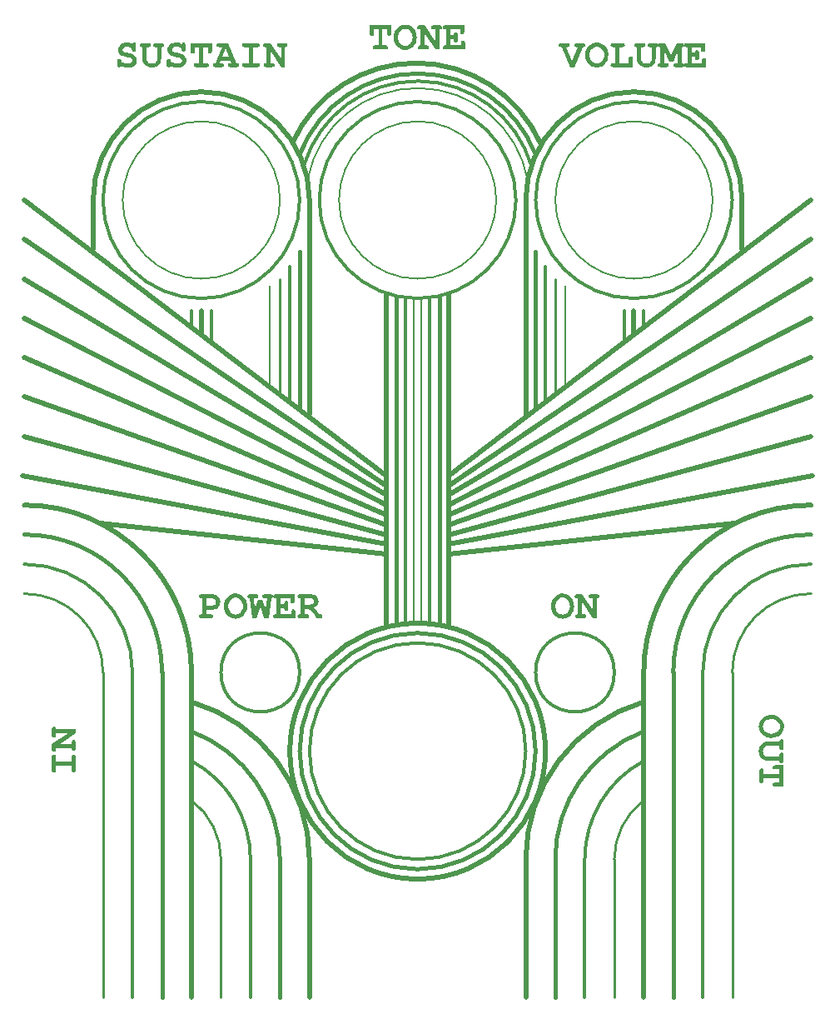
<source format=gbr>
%TF.GenerationSoftware,KiCad,Pcbnew,9.0.0*%
%TF.CreationDate,2025-04-06T00:05:41+02:00*%
%TF.ProjectId,big_muff_pi_front_plate,6269675f-6d75-4666-965f-70695f66726f,rev?*%
%TF.SameCoordinates,Original*%
%TF.FileFunction,Legend,Top*%
%TF.FilePolarity,Positive*%
%FSLAX46Y46*%
G04 Gerber Fmt 4.6, Leading zero omitted, Abs format (unit mm)*
G04 Created by KiCad (PCBNEW 9.0.0) date 2025-04-06 00:05:41*
%MOMM*%
%LPD*%
G01*
G04 APERTURE LIST*
%ADD10C,0.300000*%
%ADD11C,0.500000*%
%ADD12C,0.250000*%
%ADD13C,0.400000*%
%ADD14C,0.200000*%
%ADD15C,0.150000*%
G04 APERTURE END LIST*
D10*
X107000000Y-136000000D02*
G75*
G02*
X113000008Y-126000016I11333300J0D01*
G01*
D11*
X79000000Y-136000000D02*
X79000000Y-150000000D01*
D12*
X110000000Y-136000000D02*
G75*
G02*
X113000000Y-130000000I7500000J0D01*
G01*
D11*
X50000000Y-100000000D02*
G75*
G02*
X67000000Y-117000000I0J-17000000D01*
G01*
X103000000Y-125000000D02*
G75*
G02*
X77000000Y-125000000I-13000000J0D01*
G01*
X77000000Y-125000000D02*
G75*
G02*
X103000000Y-125000000I13000000J0D01*
G01*
D13*
X87800000Y-78800000D02*
X87799995Y-112187507D01*
X78067720Y-64227088D02*
G75*
G02*
X102000000Y-64400000I11932280J-4772912D01*
G01*
X116000000Y-117000000D02*
G75*
G02*
X130000000Y-103000000I14000000J0D01*
G01*
X92200000Y-78800000D02*
X92200005Y-112187507D01*
X102000000Y-74250000D02*
X102000000Y-90000000D01*
D11*
X112000000Y-80250000D02*
X112000000Y-82621622D01*
X57000000Y-69000000D02*
G75*
G02*
X79000000Y-69000000I11000000J0D01*
G01*
X130000000Y-69000000D02*
X93200000Y-97000000D01*
D12*
X67000000Y-130000000D02*
G75*
G02*
X70000000Y-136000000I-4500000J-6000000D01*
G01*
D14*
X90400000Y-79000000D02*
X90400000Y-112006156D01*
D11*
X101000000Y-136000000D02*
X101000000Y-150000000D01*
D10*
X119000000Y-117000000D02*
X119000000Y-150000000D01*
D13*
X104000000Y-136000000D02*
G75*
G02*
X112999997Y-122999993I13888900J0D01*
G01*
D14*
X89600000Y-79000000D02*
X89600000Y-112006156D01*
D11*
X86800000Y-101000000D02*
X50000000Y-85000000D01*
D10*
X77000000Y-75750000D02*
X77000000Y-89250000D01*
D11*
X93200000Y-98000000D02*
X130000000Y-73000000D01*
D12*
X70000000Y-136000000D02*
X70000000Y-150000000D01*
D11*
X86800000Y-78600000D02*
X86800000Y-112400000D01*
X101000000Y-69000000D02*
G75*
G02*
X123000000Y-69000000I11000000J0D01*
G01*
X68000000Y-80250000D02*
X68000000Y-82621622D01*
X67000000Y-117000000D02*
X67000000Y-150000000D01*
D10*
X67000000Y-80250000D02*
X67000000Y-81750000D01*
D11*
X57000000Y-69000000D02*
G75*
G02*
X79000000Y-69000000I11000000J0D01*
G01*
X86800000Y-103000000D02*
X50000000Y-93000000D01*
X79000000Y-69000000D02*
X79000000Y-90750000D01*
D13*
X50000000Y-103000000D02*
G75*
G02*
X64000000Y-117000000I0J-14000000D01*
G01*
D10*
X78455174Y-65417123D02*
G75*
G02*
X101600001Y-65600000I11544826J-3582877D01*
G01*
X50000000Y-106000000D02*
G75*
G02*
X61000000Y-117000000I0J-11000000D01*
G01*
D11*
X86800000Y-100000000D02*
X50000000Y-81000000D01*
D10*
X122000000Y-69000000D02*
G75*
G02*
X102000000Y-69000000I-10000000J0D01*
G01*
X102000000Y-69000000D02*
G75*
G02*
X122000000Y-69000000I10000000J0D01*
G01*
D11*
X93200000Y-100000000D02*
X130000000Y-81000000D01*
X93200000Y-78600000D02*
X93200000Y-112400000D01*
D13*
X78000000Y-74250000D02*
X78000000Y-90000000D01*
D15*
X76000000Y-69000000D02*
G75*
G02*
X60000000Y-69000000I-8000000J0D01*
G01*
X60000000Y-69000000D02*
G75*
G02*
X76000000Y-69000000I8000000J0D01*
G01*
D13*
X116000000Y-117000000D02*
X116000000Y-150000000D01*
D10*
X91200000Y-79000000D02*
X91200000Y-112000000D01*
X69000000Y-80250000D02*
X69000000Y-83250000D01*
X88800000Y-79000000D02*
X88800000Y-112000000D01*
X67000000Y-126000000D02*
G75*
G02*
X73000018Y-136000000I-5333300J-10000000D01*
G01*
D11*
X77295455Y-63118288D02*
G75*
G02*
X102500007Y-63249997I12572205J-5820432D01*
G01*
X113000000Y-117000000D02*
G75*
G02*
X130000000Y-100000000I17000000J0D01*
G01*
D12*
X76000000Y-77000000D02*
X76000000Y-88675676D01*
D10*
X113000000Y-80250000D02*
X113000000Y-81750000D01*
D11*
X50000000Y-69000000D02*
X86800000Y-97000000D01*
D10*
X78000000Y-69000000D02*
G75*
G02*
X58000000Y-69000000I-10000000J0D01*
G01*
X58000000Y-69000000D02*
G75*
G02*
X78000000Y-69000000I10000000J0D01*
G01*
D11*
X113000000Y-117000000D02*
X113000000Y-150000000D01*
D10*
X103000000Y-75750000D02*
X103000000Y-89250000D01*
D13*
X64000000Y-117000000D02*
X64000000Y-150000000D01*
D11*
X93200000Y-99000000D02*
X130000000Y-77000000D01*
X86800000Y-99000000D02*
X50000000Y-77000000D01*
X93200000Y-105000000D02*
X122317200Y-101835088D01*
D13*
X67000000Y-123000000D02*
G75*
G02*
X75999993Y-136000000I-4888900J-13000000D01*
G01*
X104000000Y-136000000D02*
X104000000Y-150000000D01*
D12*
X58000000Y-117000000D02*
X58000000Y-150000000D01*
D11*
X67000000Y-120000000D02*
G75*
G02*
X78999998Y-136000000I-4666670J-16000000D01*
G01*
D15*
X98000000Y-69000000D02*
G75*
G02*
X82000000Y-69000000I-8000000J0D01*
G01*
X82000000Y-69000000D02*
G75*
G02*
X98000000Y-69000000I8000000J0D01*
G01*
D13*
X76000000Y-136000000D02*
X76000000Y-150000000D01*
D10*
X61000000Y-117000000D02*
X61000000Y-150000000D01*
D12*
X122000000Y-117000000D02*
G75*
G02*
X130000000Y-109000000I8000000J0D01*
G01*
D15*
X76000000Y-69000000D02*
G75*
G02*
X60000000Y-69000000I-8000000J0D01*
G01*
X60000000Y-69000000D02*
G75*
G02*
X76000000Y-69000000I8000000J0D01*
G01*
D11*
X86800000Y-104000000D02*
X49800000Y-97000000D01*
X93200000Y-103000000D02*
X130000000Y-93000000D01*
D10*
X78000000Y-117000000D02*
G75*
G02*
X70000000Y-117000000I-4000000J0D01*
G01*
X70000000Y-117000000D02*
G75*
G02*
X78000000Y-117000000I4000000J0D01*
G01*
X73000000Y-136000000D02*
X73000000Y-150000000D01*
D11*
X86800000Y-105000000D02*
X57682800Y-101835088D01*
D10*
X107000000Y-136000000D02*
X107000000Y-150000000D01*
D11*
X57000000Y-69000000D02*
X57000000Y-74000000D01*
D10*
X78000000Y-69000000D02*
G75*
G02*
X58000000Y-69000000I-10000000J0D01*
G01*
X58000000Y-69000000D02*
G75*
G02*
X78000000Y-69000000I10000000J0D01*
G01*
D12*
X50000000Y-109000000D02*
G75*
G02*
X58000000Y-117000000I0J-8000000D01*
G01*
D14*
X105000000Y-77750000D02*
X105000000Y-87750000D01*
D13*
X102000000Y-125000000D02*
G75*
G02*
X78000000Y-125000000I-12000000J0D01*
G01*
X78000000Y-125000000D02*
G75*
G02*
X102000000Y-125000000I12000000J0D01*
G01*
D10*
X101000000Y-125000000D02*
G75*
G02*
X79000000Y-125000000I-11000000J0D01*
G01*
X79000000Y-125000000D02*
G75*
G02*
X101000000Y-125000000I11000000J0D01*
G01*
D11*
X101000000Y-136000000D02*
G75*
G02*
X112999999Y-119999998I16666670J0D01*
G01*
D14*
X75000000Y-77750000D02*
X75000000Y-87750000D01*
D10*
X100000000Y-69000000D02*
G75*
G02*
X80000000Y-69000000I-10000000J0D01*
G01*
X80000000Y-69000000D02*
G75*
G02*
X100000000Y-69000000I10000000J0D01*
G01*
D12*
X104000000Y-77000000D02*
X104000000Y-88675676D01*
D10*
X119000000Y-117000000D02*
G75*
G02*
X130000000Y-106000000I11000000J0D01*
G01*
D11*
X101000000Y-69000000D02*
X101000000Y-90750000D01*
X86800000Y-102000000D02*
X50000000Y-89000000D01*
D15*
X120000000Y-69000000D02*
G75*
G02*
X104000000Y-69000000I-8000000J0D01*
G01*
X104000000Y-69000000D02*
G75*
G02*
X120000000Y-69000000I8000000J0D01*
G01*
D11*
X86800000Y-98000000D02*
X50000000Y-73000000D01*
X93200000Y-102000000D02*
X130000000Y-89000000D01*
D14*
X78836165Y-66807104D02*
G75*
G02*
X101200000Y-67000000I11163835J-2192896D01*
G01*
D11*
X93200000Y-104000000D02*
X130200000Y-97000000D01*
X123000000Y-69000000D02*
X123000000Y-74000000D01*
D10*
X110000000Y-117000000D02*
G75*
G02*
X102000000Y-117000000I-4000000J0D01*
G01*
X102000000Y-117000000D02*
G75*
G02*
X110000000Y-117000000I4000000J0D01*
G01*
D12*
X122000000Y-117000000D02*
X122000000Y-150000000D01*
D10*
X111000000Y-80250000D02*
X111000000Y-83250000D01*
D12*
X110000000Y-136000000D02*
X110000000Y-150000000D01*
D11*
X93200000Y-101000000D02*
X130000000Y-85000000D01*
D15*
G36*
X61152469Y-52981137D02*
G01*
X61232786Y-52990578D01*
X61285295Y-53015050D01*
X61318248Y-53052395D01*
X61346841Y-53132669D01*
X61358182Y-53257742D01*
X61358182Y-53626488D01*
X61342070Y-53761676D01*
X61301376Y-53844077D01*
X61240261Y-53890740D01*
X61152469Y-53907306D01*
X61091652Y-53901078D01*
X61045490Y-53884408D01*
X61009770Y-53855282D01*
X60984491Y-53823958D01*
X60967821Y-53786589D01*
X60957196Y-53751051D01*
X60948770Y-53713682D01*
X60942542Y-53682358D01*
X60912319Y-53606454D01*
X60858597Y-53539612D01*
X60776762Y-53480308D01*
X60630108Y-53423617D01*
X60443187Y-53403189D01*
X60314262Y-53413793D01*
X60203418Y-53444004D01*
X60107414Y-53492581D01*
X60027285Y-53560210D01*
X59983313Y-53632260D01*
X59968929Y-53711851D01*
X59983922Y-53795922D01*
X60028310Y-53865717D01*
X60107414Y-53925075D01*
X60253788Y-53989423D01*
X60430548Y-54037365D01*
X60841792Y-54121995D01*
X60989172Y-54163454D01*
X61106424Y-54217288D01*
X61198630Y-54282096D01*
X61308106Y-54396357D01*
X61384400Y-54521978D01*
X61430454Y-54661457D01*
X61446293Y-54818637D01*
X61429477Y-54974726D01*
X61380603Y-55112134D01*
X61299322Y-55235106D01*
X61181778Y-55346202D01*
X61045738Y-55431442D01*
X60887134Y-55494548D01*
X60701910Y-55534480D01*
X60485136Y-55548618D01*
X60256832Y-55530592D01*
X60039531Y-55477047D01*
X59830443Y-55387418D01*
X59741311Y-55467425D01*
X59662465Y-55490000D01*
X59570165Y-55473213D01*
X59506656Y-55426410D01*
X59464910Y-55344880D01*
X59448508Y-55212479D01*
X59448508Y-54935141D01*
X59461675Y-54806683D01*
X59494670Y-54727046D01*
X59554844Y-54676645D01*
X59658252Y-54657620D01*
X59727495Y-54666046D01*
X59779885Y-54690959D01*
X59815605Y-54721917D01*
X59840884Y-54761301D01*
X59855539Y-54798670D01*
X59865980Y-54832009D01*
X59872392Y-54856739D01*
X59903741Y-54922315D01*
X59967043Y-54985662D01*
X60073709Y-55047798D01*
X60252888Y-55106376D01*
X60455644Y-55126566D01*
X60610127Y-55115511D01*
X60740273Y-55084419D01*
X60850218Y-55035341D01*
X60943796Y-54964807D01*
X60993740Y-54891158D01*
X61009770Y-54811127D01*
X60996421Y-54733580D01*
X60956661Y-54667260D01*
X60885939Y-54608893D01*
X60754873Y-54544789D01*
X60600541Y-54501182D01*
X60222819Y-54425711D01*
X60019139Y-54372016D01*
X59876605Y-54310673D01*
X59733531Y-54202180D01*
X59624730Y-54063011D01*
X59573322Y-53956353D01*
X59542712Y-53845009D01*
X59532406Y-53727238D01*
X59548763Y-53573315D01*
X59596616Y-53435421D01*
X59676597Y-53309769D01*
X59792524Y-53193995D01*
X59927731Y-53102552D01*
X60079163Y-53036396D01*
X60249746Y-52995409D01*
X60443187Y-52981137D01*
X60654754Y-52997807D01*
X60834736Y-53045020D01*
X60988704Y-53120355D01*
X61025192Y-53048051D01*
X61055748Y-53010629D01*
X61094628Y-52989186D01*
X61152469Y-52981137D01*
G37*
G36*
X63926029Y-54629043D02*
G01*
X63907365Y-54827517D01*
X63853546Y-55001236D01*
X63765426Y-55155120D01*
X63640631Y-55292529D01*
X63490605Y-55405040D01*
X63329763Y-55484303D01*
X63155626Y-55532235D01*
X62964873Y-55548618D01*
X62774435Y-55532008D01*
X62600456Y-55483375D01*
X62439573Y-55402842D01*
X62289297Y-55288316D01*
X62163939Y-55148814D01*
X62075851Y-54994735D01*
X62022355Y-54822989D01*
X62003899Y-54629043D01*
X62003899Y-53461807D01*
X61882542Y-53442530D01*
X61807056Y-53400755D01*
X61763438Y-53339028D01*
X61747810Y-53250781D01*
X61757034Y-53172834D01*
X61781378Y-53119571D01*
X61819068Y-53084085D01*
X61899899Y-53052255D01*
X62024782Y-53039755D01*
X62570481Y-53039755D01*
X62695514Y-53051732D01*
X62776012Y-53082070D01*
X62813523Y-53116423D01*
X62838043Y-53170025D01*
X62847453Y-53250781D01*
X62830796Y-53341591D01*
X62784244Y-53404243D01*
X62702898Y-53445549D01*
X62570481Y-53461807D01*
X62423569Y-53461807D01*
X62423569Y-54665314D01*
X62441053Y-54786660D01*
X62492943Y-54894325D01*
X62582938Y-54992477D01*
X62695511Y-55066586D01*
X62821524Y-55111203D01*
X62964873Y-55126566D01*
X63108338Y-55111195D01*
X63234345Y-55066571D01*
X63346807Y-54992477D01*
X63436915Y-54894312D01*
X63488859Y-54786648D01*
X63506359Y-54665314D01*
X63506359Y-53461807D01*
X63359447Y-53461807D01*
X63227030Y-53445549D01*
X63145684Y-53404243D01*
X63099132Y-53341591D01*
X63082476Y-53250781D01*
X63091699Y-53172834D01*
X63116043Y-53119571D01*
X63153733Y-53084085D01*
X63234564Y-53052255D01*
X63359447Y-53039755D01*
X63905146Y-53039755D01*
X64033448Y-53052430D01*
X64112875Y-53084085D01*
X64149375Y-53119391D01*
X64173099Y-53172620D01*
X64182118Y-53250781D01*
X64166122Y-53343081D01*
X64122096Y-53405648D01*
X64046750Y-53446085D01*
X63926029Y-53461807D01*
X63926029Y-54629043D01*
G37*
G36*
X66187779Y-52981137D02*
G01*
X66268097Y-52990578D01*
X66320605Y-53015050D01*
X66353559Y-53052395D01*
X66382151Y-53132669D01*
X66393493Y-53257742D01*
X66393493Y-53626488D01*
X66377380Y-53761676D01*
X66336687Y-53844077D01*
X66275572Y-53890740D01*
X66187779Y-53907306D01*
X66126963Y-53901078D01*
X66080801Y-53884408D01*
X66045080Y-53855282D01*
X66019801Y-53823958D01*
X66003131Y-53786589D01*
X65992507Y-53751051D01*
X65984081Y-53713682D01*
X65977852Y-53682358D01*
X65947629Y-53606454D01*
X65893907Y-53539612D01*
X65812073Y-53480308D01*
X65665418Y-53423617D01*
X65478498Y-53403189D01*
X65349572Y-53413793D01*
X65238728Y-53444004D01*
X65142725Y-53492581D01*
X65062595Y-53560210D01*
X65018624Y-53632260D01*
X65004239Y-53711851D01*
X65019233Y-53795922D01*
X65063621Y-53865717D01*
X65142725Y-53925075D01*
X65289099Y-53989423D01*
X65465858Y-54037365D01*
X65877102Y-54121995D01*
X66024482Y-54163454D01*
X66141734Y-54217288D01*
X66233941Y-54282096D01*
X66343417Y-54396357D01*
X66419711Y-54521978D01*
X66465764Y-54661457D01*
X66481603Y-54818637D01*
X66464788Y-54974726D01*
X66415913Y-55112134D01*
X66334633Y-55235106D01*
X66217088Y-55346202D01*
X66081049Y-55431442D01*
X65922445Y-55494548D01*
X65737221Y-55534480D01*
X65520447Y-55548618D01*
X65292142Y-55530592D01*
X65074841Y-55477047D01*
X64865754Y-55387418D01*
X64776622Y-55467425D01*
X64697776Y-55490000D01*
X64605476Y-55473213D01*
X64541967Y-55426410D01*
X64500220Y-55344880D01*
X64483819Y-55212479D01*
X64483819Y-54935141D01*
X64496985Y-54806683D01*
X64529981Y-54727046D01*
X64590155Y-54676645D01*
X64693562Y-54657620D01*
X64762805Y-54666046D01*
X64815195Y-54690959D01*
X64850916Y-54721917D01*
X64876195Y-54761301D01*
X64890850Y-54798670D01*
X64901291Y-54832009D01*
X64907702Y-54856739D01*
X64939052Y-54922315D01*
X65002354Y-54985662D01*
X65109019Y-55047798D01*
X65288198Y-55106376D01*
X65490954Y-55126566D01*
X65645437Y-55115511D01*
X65775583Y-55084419D01*
X65885529Y-55035341D01*
X65979106Y-54964807D01*
X66029051Y-54891158D01*
X66045080Y-54811127D01*
X66031732Y-54733580D01*
X65991972Y-54667260D01*
X65921249Y-54608893D01*
X65790184Y-54544789D01*
X65635851Y-54501182D01*
X65258130Y-54425711D01*
X65054450Y-54372016D01*
X64911916Y-54310673D01*
X64768842Y-54202180D01*
X64660040Y-54063011D01*
X64608633Y-53956353D01*
X64578023Y-53845009D01*
X64567716Y-53727238D01*
X64584074Y-53573315D01*
X64631926Y-53435421D01*
X64711907Y-53309769D01*
X64827835Y-53193995D01*
X64963042Y-53102552D01*
X65114474Y-53036396D01*
X65285057Y-52995409D01*
X65478498Y-52981137D01*
X65690065Y-52997807D01*
X65870046Y-53045020D01*
X66024014Y-53120355D01*
X66060503Y-53048051D01*
X66091059Y-53010629D01*
X66129938Y-52989186D01*
X66187779Y-52981137D01*
G37*
G36*
X68483051Y-55067948D02*
G01*
X68615468Y-55084206D01*
X68696814Y-55125512D01*
X68743366Y-55188164D01*
X68760023Y-55278974D01*
X68743366Y-55369784D01*
X68696814Y-55432436D01*
X68615468Y-55473742D01*
X68483051Y-55490000D01*
X67513468Y-55490000D01*
X67381052Y-55473742D01*
X67299705Y-55432436D01*
X67253154Y-55369784D01*
X67236497Y-55278974D01*
X67245720Y-55201026D01*
X67270065Y-55147763D01*
X67307755Y-55112278D01*
X67388585Y-55080448D01*
X67513468Y-55067948D01*
X67786226Y-55067948D01*
X67786226Y-53461807D01*
X67337247Y-53461807D01*
X67337247Y-53852718D01*
X67321029Y-53985463D01*
X67279866Y-54066905D01*
X67217533Y-54113430D01*
X67127320Y-54130055D01*
X67037145Y-54113413D01*
X66974810Y-54066823D01*
X66933625Y-53985223D01*
X66917394Y-53852168D01*
X66917394Y-53039755D01*
X69083156Y-53039755D01*
X69083156Y-53852168D01*
X69070697Y-53977579D01*
X69039009Y-54058614D01*
X69003741Y-54096436D01*
X68950825Y-54120823D01*
X68873412Y-54130055D01*
X68783199Y-54113430D01*
X68720867Y-54066905D01*
X68679704Y-53985463D01*
X68663486Y-53852718D01*
X68663486Y-53461807D01*
X68205897Y-53461807D01*
X68205897Y-55067948D01*
X68483051Y-55067948D01*
G37*
G36*
X71579745Y-55067948D02*
G01*
X71716914Y-55084412D01*
X71800677Y-55126052D01*
X71848230Y-55188736D01*
X71865143Y-55278974D01*
X71848486Y-55369784D01*
X71801935Y-55432436D01*
X71720588Y-55473742D01*
X71588172Y-55490000D01*
X71004737Y-55490000D01*
X70872320Y-55473742D01*
X70790974Y-55432436D01*
X70744422Y-55369784D01*
X70727765Y-55278974D01*
X70736989Y-55201026D01*
X70761333Y-55147763D01*
X70799023Y-55112278D01*
X70879853Y-55080448D01*
X71004737Y-55067948D01*
X71101273Y-55067948D01*
X71004737Y-54833475D01*
X70005844Y-54833475D01*
X69909307Y-55067948D01*
X70005844Y-55067948D01*
X70138364Y-55084210D01*
X70219763Y-55125523D01*
X70266336Y-55188176D01*
X70282999Y-55278974D01*
X70266342Y-55369784D01*
X70219790Y-55432436D01*
X70138444Y-55473742D01*
X70006028Y-55490000D01*
X69447688Y-55490000D01*
X69315272Y-55473742D01*
X69233925Y-55432436D01*
X69187374Y-55369784D01*
X69170717Y-55278974D01*
X69180331Y-55198440D01*
X69205470Y-55144797D01*
X69244173Y-55110263D01*
X69326566Y-55079854D01*
X69451902Y-55067948D01*
X69717791Y-54411423D01*
X70173822Y-54411423D01*
X70832728Y-54411423D01*
X70505382Y-53601025D01*
X70173822Y-54411423D01*
X69717791Y-54411423D01*
X70102381Y-53461807D01*
X69838049Y-53461807D01*
X69703259Y-53445445D01*
X69620704Y-53403971D01*
X69573651Y-53341303D01*
X69556865Y-53250781D01*
X69566479Y-53170247D01*
X69591618Y-53116605D01*
X69630321Y-53082070D01*
X69712714Y-53051661D01*
X69838049Y-53039755D01*
X70744618Y-53039755D01*
X71579745Y-55067948D01*
G37*
G36*
X73669487Y-55067948D02*
G01*
X73794345Y-55080454D01*
X73875017Y-55112278D01*
X73912816Y-55147780D01*
X73937216Y-55201045D01*
X73946458Y-55278974D01*
X73929802Y-55369784D01*
X73883250Y-55432436D01*
X73801904Y-55473742D01*
X73669487Y-55490000D01*
X72401867Y-55490000D01*
X72269450Y-55473742D01*
X72188104Y-55432436D01*
X72141552Y-55369784D01*
X72124895Y-55278974D01*
X72134119Y-55201026D01*
X72158463Y-55147763D01*
X72196153Y-55112278D01*
X72276984Y-55080448D01*
X72401867Y-55067948D01*
X72825750Y-55067948D01*
X72825750Y-53461807D01*
X72401867Y-53461807D01*
X72269450Y-53445549D01*
X72188104Y-53404243D01*
X72141552Y-53341591D01*
X72124895Y-53250781D01*
X72134119Y-53172834D01*
X72158463Y-53119571D01*
X72196153Y-53084085D01*
X72276984Y-53052255D01*
X72401867Y-53039755D01*
X73669487Y-53039755D01*
X73794345Y-53052261D01*
X73875017Y-53084085D01*
X73912816Y-53119587D01*
X73937216Y-53172853D01*
X73946458Y-53250781D01*
X73929802Y-53341591D01*
X73883250Y-53404243D01*
X73801904Y-53445549D01*
X73669487Y-53461807D01*
X73245420Y-53461807D01*
X73245420Y-55067948D01*
X73669487Y-55067948D01*
G37*
G36*
X76501849Y-53039755D02*
G01*
X76634266Y-53056013D01*
X76715612Y-53097319D01*
X76762164Y-53159971D01*
X76778821Y-53250781D01*
X76762825Y-53343081D01*
X76718799Y-53405648D01*
X76643452Y-53446085D01*
X76522732Y-53461807D01*
X76522732Y-55490000D01*
X76107275Y-55490000D01*
X75020272Y-53834949D01*
X75020272Y-55067948D01*
X75167184Y-55067948D01*
X75292042Y-55080454D01*
X75372715Y-55112278D01*
X75410513Y-55147780D01*
X75434914Y-55201045D01*
X75444156Y-55278974D01*
X75427499Y-55369784D01*
X75380947Y-55432436D01*
X75299601Y-55473742D01*
X75167184Y-55490000D01*
X74625698Y-55490000D01*
X74490908Y-55473638D01*
X74408352Y-55432164D01*
X74361299Y-55369496D01*
X74344513Y-55278974D01*
X74360509Y-55186674D01*
X74404535Y-55124107D01*
X74479881Y-55083670D01*
X74600602Y-55067948D01*
X74600602Y-53461807D01*
X74537587Y-53461807D01*
X74405171Y-53445549D01*
X74323824Y-53404243D01*
X74277273Y-53341591D01*
X74260616Y-53250781D01*
X74269839Y-53172834D01*
X74294184Y-53119571D01*
X74331874Y-53084085D01*
X74412704Y-53052255D01*
X74537587Y-53039755D01*
X75020272Y-53039755D01*
X76103062Y-54686379D01*
X76103062Y-53461807D01*
X75956150Y-53461807D01*
X75823733Y-53445549D01*
X75742387Y-53404243D01*
X75695835Y-53341591D01*
X75679178Y-53250781D01*
X75688402Y-53172834D01*
X75712746Y-53119571D01*
X75750436Y-53084085D01*
X75831266Y-53052255D01*
X75956150Y-53039755D01*
X76501849Y-53039755D01*
G37*
G36*
X54822948Y-125624650D02*
G01*
X54835454Y-125499793D01*
X54867278Y-125419120D01*
X54902780Y-125381321D01*
X54956045Y-125356921D01*
X55033974Y-125347679D01*
X55124784Y-125364336D01*
X55187436Y-125410887D01*
X55228742Y-125492234D01*
X55245000Y-125624650D01*
X55245000Y-126892271D01*
X55228742Y-127024687D01*
X55187436Y-127106034D01*
X55124784Y-127152585D01*
X55033974Y-127169242D01*
X54956026Y-127160019D01*
X54902763Y-127135674D01*
X54867278Y-127097984D01*
X54835448Y-127017154D01*
X54822948Y-126892271D01*
X54822948Y-126468387D01*
X53216807Y-126468387D01*
X53216807Y-126892271D01*
X53200549Y-127024687D01*
X53159243Y-127106034D01*
X53096591Y-127152585D01*
X53005781Y-127169242D01*
X52927834Y-127160019D01*
X52874571Y-127135674D01*
X52839085Y-127097984D01*
X52807255Y-127017154D01*
X52794755Y-126892271D01*
X52794755Y-125624650D01*
X52807261Y-125499793D01*
X52839085Y-125419120D01*
X52874587Y-125381321D01*
X52927853Y-125356921D01*
X53005781Y-125347679D01*
X53096591Y-125364336D01*
X53159243Y-125410887D01*
X53200549Y-125492234D01*
X53216807Y-125624650D01*
X53216807Y-126048717D01*
X54822948Y-126048717D01*
X54822948Y-125624650D01*
G37*
G36*
X52794755Y-122792288D02*
G01*
X52811013Y-122659872D01*
X52852319Y-122578525D01*
X52914971Y-122531974D01*
X53005781Y-122515317D01*
X53098081Y-122531312D01*
X53160648Y-122575339D01*
X53201085Y-122650685D01*
X53216807Y-122771405D01*
X55245000Y-122771405D01*
X55245000Y-123186862D01*
X53589949Y-124273865D01*
X54822948Y-124273865D01*
X54822948Y-124126953D01*
X54835454Y-124002096D01*
X54867278Y-123921423D01*
X54902780Y-123883624D01*
X54956045Y-123859224D01*
X55033974Y-123849982D01*
X55124784Y-123866639D01*
X55187436Y-123913190D01*
X55228742Y-123994537D01*
X55245000Y-124126953D01*
X55245000Y-124668440D01*
X55228638Y-124803230D01*
X55187164Y-124885785D01*
X55124496Y-124932838D01*
X55033974Y-124949624D01*
X54941674Y-124933628D01*
X54879107Y-124889602D01*
X54838670Y-124814256D01*
X54822948Y-124693536D01*
X53216807Y-124693536D01*
X53216807Y-124756550D01*
X53200549Y-124888967D01*
X53159243Y-124970313D01*
X53096591Y-125016865D01*
X53005781Y-125033522D01*
X52927834Y-125024298D01*
X52874571Y-124999954D01*
X52839085Y-124962264D01*
X52807255Y-124881433D01*
X52794755Y-124756550D01*
X52794755Y-124273865D01*
X54441379Y-123191076D01*
X53216807Y-123191076D01*
X53216807Y-123337988D01*
X53200549Y-123470404D01*
X53159243Y-123551751D01*
X53096591Y-123598302D01*
X53005781Y-123614959D01*
X52927834Y-123605736D01*
X52874571Y-123581391D01*
X52839085Y-123543701D01*
X52807255Y-123462871D01*
X52794755Y-123337988D01*
X52794755Y-122792288D01*
G37*
G36*
X69212802Y-109054763D02*
G01*
X69385117Y-109097691D01*
X69536405Y-109166770D01*
X69669940Y-109262138D01*
X69782603Y-109381929D01*
X69861567Y-109514822D01*
X69909484Y-109663582D01*
X69926029Y-109832384D01*
X69919637Y-109944153D01*
X69900750Y-110050554D01*
X69865314Y-110154132D01*
X69804213Y-110266526D01*
X69724251Y-110370008D01*
X69625977Y-110459417D01*
X69507142Y-110530940D01*
X69340579Y-110593506D01*
X69154751Y-110632059D01*
X68931350Y-110645896D01*
X68520106Y-110645896D01*
X68520106Y-111067948D01*
X68935563Y-111067948D01*
X69067980Y-111084206D01*
X69149326Y-111125512D01*
X69195878Y-111188164D01*
X69212535Y-111278974D01*
X69195878Y-111369784D01*
X69149326Y-111432436D01*
X69067980Y-111473742D01*
X68935563Y-111490000D01*
X68037421Y-111490000D01*
X67905005Y-111473742D01*
X67823658Y-111432436D01*
X67777107Y-111369784D01*
X67760450Y-111278974D01*
X67777107Y-111188164D01*
X67823658Y-111125512D01*
X67905005Y-111084206D01*
X68037421Y-111067948D01*
X68100436Y-111067948D01*
X68100436Y-110223845D01*
X68520106Y-110223845D01*
X69015431Y-110223845D01*
X69157559Y-110211158D01*
X69269408Y-110176263D01*
X69357432Y-110121812D01*
X69425797Y-110046345D01*
X69466877Y-109955623D01*
X69481263Y-109844841D01*
X69466764Y-109731370D01*
X69425576Y-109639407D01*
X69357432Y-109563839D01*
X69269408Y-109509388D01*
X69157559Y-109474493D01*
X69015431Y-109461807D01*
X68520106Y-109461807D01*
X68520106Y-110223845D01*
X68100436Y-110223845D01*
X68100436Y-109461807D01*
X68037421Y-109461807D01*
X67905005Y-109445549D01*
X67823658Y-109404243D01*
X67777107Y-109341591D01*
X67760450Y-109250781D01*
X67769673Y-109172834D01*
X67794018Y-109119571D01*
X67831708Y-109084085D01*
X67912538Y-109052255D01*
X68037421Y-109039755D01*
X69015247Y-109039755D01*
X69212802Y-109054763D01*
G37*
G36*
X71578629Y-108987373D02*
G01*
X71700881Y-109008431D01*
X71830728Y-109047856D01*
X72000933Y-109124019D01*
X72166794Y-109223910D01*
X72315640Y-109346769D01*
X72400394Y-109442931D01*
X72480344Y-109567916D01*
X72554876Y-109727055D01*
X72608615Y-109893676D01*
X72642018Y-110078345D01*
X72653611Y-110283745D01*
X72631477Y-110536024D01*
X72566744Y-110765770D01*
X72459644Y-110977554D01*
X72307397Y-111174743D01*
X72159643Y-111312516D01*
X72005026Y-111416392D01*
X71842154Y-111489559D01*
X71668939Y-111533641D01*
X71482711Y-111548618D01*
X71292815Y-111533423D01*
X71117462Y-111488837D01*
X70953824Y-111415082D01*
X70799696Y-111310681D01*
X70653628Y-111172545D01*
X70504100Y-110974820D01*
X70398192Y-110759908D01*
X70333768Y-110524202D01*
X70311627Y-110262862D01*
X70731298Y-110262862D01*
X70745601Y-110437745D01*
X70787213Y-110595775D01*
X70855515Y-110740033D01*
X70951666Y-110872859D01*
X71070773Y-110986419D01*
X71197322Y-111064449D01*
X71333463Y-111110830D01*
X71482528Y-111126566D01*
X71629592Y-111111047D01*
X71764810Y-111065182D01*
X71891376Y-110987828D01*
X72011374Y-110875057D01*
X72108868Y-110742989D01*
X72177798Y-110600624D01*
X72219614Y-110445725D01*
X72233941Y-110275319D01*
X72219602Y-110098218D01*
X72177923Y-109938437D01*
X72109603Y-109792855D01*
X72013573Y-109659094D01*
X71894333Y-109544456D01*
X71767715Y-109465771D01*
X71631566Y-109419037D01*
X71482528Y-109403189D01*
X71335681Y-109418810D01*
X71200544Y-109465011D01*
X71073905Y-109543019D01*
X70953681Y-109656896D01*
X70856400Y-109789889D01*
X70787506Y-109933576D01*
X70745652Y-110090231D01*
X70731298Y-110262862D01*
X70311627Y-110262862D01*
X70333826Y-110003784D01*
X70398516Y-109769457D01*
X70505070Y-109555112D01*
X70655827Y-109357210D01*
X70802792Y-109218805D01*
X70957193Y-109114360D01*
X71120446Y-109040703D01*
X71294701Y-108996259D01*
X71482711Y-108981137D01*
X71578629Y-108987373D01*
G37*
G36*
X75024354Y-109039755D02*
G01*
X75156771Y-109056013D01*
X75238117Y-109097319D01*
X75284669Y-109159971D01*
X75301326Y-109250781D01*
X75288808Y-109330999D01*
X75253827Y-109390217D01*
X75194901Y-109433781D01*
X75104038Y-109461807D01*
X74852346Y-111490000D01*
X74390544Y-111490000D01*
X74000366Y-110330640D01*
X73618431Y-111490000D01*
X73152416Y-111490000D01*
X72892297Y-109461807D01*
X72803629Y-109437779D01*
X72746090Y-109397028D01*
X72711676Y-109339466D01*
X72699223Y-109259207D01*
X72708295Y-109178086D01*
X72732092Y-109122874D01*
X72768466Y-109086284D01*
X72848095Y-109053009D01*
X72976195Y-109039755D01*
X73526107Y-109039755D01*
X73660898Y-109056117D01*
X73743453Y-109097591D01*
X73790506Y-109160259D01*
X73807292Y-109250781D01*
X73790506Y-109341303D01*
X73743453Y-109403971D01*
X73660898Y-109445445D01*
X73526107Y-109461807D01*
X73324607Y-109461807D01*
X73475732Y-110604497D01*
X73794652Y-109661109D01*
X74231176Y-109661109D01*
X74550096Y-110604680D01*
X74697008Y-109461807D01*
X74474441Y-109461807D01*
X74342025Y-109445549D01*
X74260678Y-109404243D01*
X74214127Y-109341591D01*
X74197470Y-109250781D01*
X74206694Y-109172834D01*
X74231038Y-109119571D01*
X74268728Y-109084085D01*
X74349558Y-109052255D01*
X74474441Y-109039755D01*
X75024354Y-109039755D01*
G37*
G36*
X77147435Y-110852709D02*
G01*
X77163649Y-110720067D01*
X77204804Y-110638677D01*
X77267136Y-110592174D01*
X77357362Y-110575554D01*
X77447413Y-110592253D01*
X77509754Y-110639061D01*
X77551012Y-110721186D01*
X77567289Y-110855273D01*
X77567289Y-111490000D01*
X75590387Y-111490000D01*
X75457970Y-111473742D01*
X75376624Y-111432436D01*
X75330072Y-111369784D01*
X75313416Y-111278974D01*
X75330072Y-111188164D01*
X75376624Y-111125512D01*
X75457970Y-111084206D01*
X75590387Y-111067948D01*
X75653402Y-111067948D01*
X75653402Y-109461807D01*
X75590387Y-109461807D01*
X75457970Y-109445549D01*
X75376624Y-109404243D01*
X75330072Y-109341591D01*
X75313416Y-109250781D01*
X75322639Y-109172834D01*
X75346983Y-109119571D01*
X75384673Y-109084085D01*
X75465504Y-109052255D01*
X75590387Y-109039755D01*
X77474965Y-109039755D01*
X77474965Y-109671917D01*
X77458626Y-109807452D01*
X77417267Y-109890312D01*
X77354915Y-109937424D01*
X77265038Y-109954200D01*
X77175136Y-109937435D01*
X77112786Y-109890366D01*
X77071442Y-109807611D01*
X77055111Y-109672283D01*
X77055111Y-109461807D01*
X76073072Y-109461807D01*
X76073072Y-110047990D01*
X76429728Y-110047990D01*
X76429728Y-110019230D01*
X76445725Y-109886733D01*
X76486232Y-109805697D01*
X76547330Y-109759597D01*
X76635441Y-109743175D01*
X76725405Y-109759912D01*
X76787751Y-109806872D01*
X76829060Y-109889365D01*
X76845368Y-110024176D01*
X76845368Y-110498068D01*
X76829352Y-110630979D01*
X76788817Y-110712225D01*
X76727716Y-110758412D01*
X76639654Y-110774856D01*
X76549316Y-110758287D01*
X76486990Y-110711981D01*
X76445900Y-110631064D01*
X76429728Y-110499351D01*
X76429728Y-110470041D01*
X76073072Y-110470041D01*
X76073072Y-111067948D01*
X77147435Y-111067948D01*
X77147435Y-110852709D01*
G37*
G36*
X79204816Y-109054058D02*
G01*
X79380579Y-109094776D01*
X79533583Y-109159818D01*
X79667289Y-109248766D01*
X79781340Y-109362382D01*
X79860786Y-109488611D01*
X79908820Y-109630129D01*
X79925392Y-109791168D01*
X79908625Y-109935449D01*
X79858776Y-110068546D01*
X79773697Y-110194006D01*
X79647693Y-110313934D01*
X79472016Y-110428825D01*
X79643473Y-110595674D01*
X79819628Y-110806547D01*
X80000863Y-111067948D01*
X80055452Y-111067948D01*
X80187868Y-111084206D01*
X80269214Y-111125512D01*
X80315766Y-111188164D01*
X80332423Y-111278974D01*
X80315766Y-111369784D01*
X80269214Y-111432436D01*
X80187868Y-111473742D01*
X80055452Y-111490000D01*
X79723892Y-111490000D01*
X79549722Y-111196249D01*
X79327119Y-110899787D01*
X79154782Y-110710294D01*
X79034297Y-110608098D01*
X78951596Y-110563831D01*
X78548778Y-110563831D01*
X78548778Y-111067948D01*
X78695691Y-111067948D01*
X78828107Y-111084206D01*
X78909453Y-111125512D01*
X78956005Y-111188164D01*
X78972662Y-111278974D01*
X78956005Y-111369784D01*
X78909453Y-111432436D01*
X78828107Y-111473742D01*
X78695691Y-111490000D01*
X78066094Y-111490000D01*
X77933677Y-111473742D01*
X77852331Y-111432436D01*
X77805779Y-111369784D01*
X77789122Y-111278974D01*
X77805779Y-111188164D01*
X77852331Y-111125512D01*
X77933677Y-111084206D01*
X78066094Y-111067948D01*
X78129108Y-111067948D01*
X78129108Y-110141779D01*
X78548778Y-110141779D01*
X78867699Y-110141779D01*
X79041397Y-110129146D01*
X79185862Y-110093802D01*
X79306237Y-110038281D01*
X79407451Y-109958711D01*
X79462495Y-109873401D01*
X79480443Y-109778529D01*
X79466553Y-109694925D01*
X79424784Y-109620704D01*
X79350383Y-109552665D01*
X79259541Y-109503703D01*
X79150445Y-109472815D01*
X79018824Y-109461807D01*
X78548778Y-109461807D01*
X78548778Y-110141779D01*
X78129108Y-110141779D01*
X78129108Y-109461807D01*
X78066094Y-109461807D01*
X77933677Y-109445549D01*
X77852331Y-109404243D01*
X77805779Y-109341591D01*
X77789122Y-109250781D01*
X77798346Y-109172834D01*
X77822690Y-109119571D01*
X77860380Y-109084085D01*
X77941210Y-109052255D01*
X78066094Y-109039755D01*
X79001971Y-109039755D01*
X79204816Y-109054058D01*
G37*
G36*
X126241215Y-121333826D02*
G01*
X126475542Y-121398517D01*
X126689887Y-121505071D01*
X126887789Y-121655827D01*
X127026194Y-121802793D01*
X127130639Y-121957194D01*
X127204296Y-122120447D01*
X127248740Y-122294701D01*
X127263862Y-122482711D01*
X127257626Y-122578630D01*
X127236568Y-122700881D01*
X127197143Y-122830729D01*
X127120980Y-123000934D01*
X127021089Y-123166794D01*
X126898230Y-123315641D01*
X126802068Y-123400394D01*
X126677083Y-123480345D01*
X126517944Y-123554877D01*
X126351323Y-123608616D01*
X126166654Y-123642019D01*
X125961254Y-123653612D01*
X125708975Y-123631478D01*
X125479229Y-123566745D01*
X125267445Y-123459644D01*
X125070256Y-123307397D01*
X124932483Y-123159644D01*
X124828607Y-123005027D01*
X124755440Y-122842155D01*
X124711358Y-122668940D01*
X124696381Y-122482711D01*
X124696396Y-122482528D01*
X125118433Y-122482528D01*
X125133952Y-122629592D01*
X125179817Y-122764810D01*
X125257171Y-122891376D01*
X125369942Y-123011375D01*
X125502010Y-123108869D01*
X125644375Y-123177799D01*
X125799274Y-123219615D01*
X125969680Y-123233941D01*
X126146781Y-123219602D01*
X126306562Y-123177924D01*
X126452144Y-123109604D01*
X126585905Y-123013573D01*
X126700543Y-122894333D01*
X126779228Y-122767716D01*
X126825962Y-122631567D01*
X126841810Y-122482528D01*
X126826189Y-122335682D01*
X126779988Y-122200545D01*
X126701980Y-122073906D01*
X126588103Y-121953681D01*
X126455110Y-121856401D01*
X126311423Y-121787507D01*
X126154768Y-121745653D01*
X125982137Y-121731298D01*
X125807254Y-121745601D01*
X125649224Y-121787214D01*
X125504966Y-121855516D01*
X125372140Y-121951666D01*
X125258580Y-122070774D01*
X125180550Y-122197322D01*
X125134169Y-122333463D01*
X125118433Y-122482528D01*
X124696396Y-122482528D01*
X124711576Y-122292816D01*
X124756162Y-122117463D01*
X124829917Y-121953825D01*
X124934318Y-121799697D01*
X125072454Y-121653629D01*
X125270179Y-121504101D01*
X125485091Y-121398193D01*
X125720797Y-121333768D01*
X125982137Y-121311628D01*
X126241215Y-121333826D01*
G37*
G36*
X125615956Y-125961340D02*
G01*
X125417482Y-125942676D01*
X125243763Y-125888857D01*
X125089879Y-125800737D01*
X124952470Y-125675942D01*
X124839959Y-125525916D01*
X124760696Y-125365074D01*
X124712764Y-125190937D01*
X124696381Y-125000184D01*
X124712991Y-124809746D01*
X124761624Y-124635767D01*
X124842157Y-124474884D01*
X124956683Y-124324608D01*
X125096185Y-124199250D01*
X125250264Y-124111162D01*
X125422010Y-124057666D01*
X125615956Y-124039210D01*
X126783192Y-124039210D01*
X126802469Y-123917853D01*
X126844244Y-123842367D01*
X126905971Y-123798749D01*
X126994218Y-123783121D01*
X127072165Y-123792345D01*
X127125428Y-123816689D01*
X127160914Y-123854379D01*
X127192744Y-123935210D01*
X127205244Y-124060093D01*
X127205244Y-124605792D01*
X127193267Y-124730825D01*
X127162929Y-124811323D01*
X127128576Y-124848834D01*
X127074974Y-124873354D01*
X126994218Y-124882764D01*
X126903408Y-124866107D01*
X126840756Y-124819555D01*
X126799450Y-124738209D01*
X126783192Y-124605792D01*
X126783192Y-124458880D01*
X125579685Y-124458880D01*
X125458339Y-124476364D01*
X125350674Y-124528254D01*
X125252522Y-124618249D01*
X125178413Y-124730822D01*
X125133796Y-124856835D01*
X125118433Y-125000184D01*
X125133804Y-125143649D01*
X125178428Y-125269656D01*
X125252522Y-125382118D01*
X125350687Y-125472226D01*
X125458351Y-125524170D01*
X125579685Y-125541670D01*
X126783192Y-125541670D01*
X126783192Y-125394758D01*
X126799450Y-125262341D01*
X126840756Y-125180995D01*
X126903408Y-125134443D01*
X126994218Y-125117787D01*
X127072165Y-125127010D01*
X127125428Y-125151354D01*
X127160914Y-125189044D01*
X127192744Y-125269875D01*
X127205244Y-125394758D01*
X127205244Y-125940457D01*
X127192569Y-126068759D01*
X127160914Y-126148186D01*
X127125608Y-126184686D01*
X127072379Y-126208410D01*
X126994218Y-126217429D01*
X126901918Y-126201433D01*
X126839351Y-126157407D01*
X126798914Y-126082061D01*
X126783192Y-125961340D01*
X125615956Y-125961340D01*
G37*
G36*
X125177051Y-128000707D02*
G01*
X125160793Y-128133123D01*
X125119487Y-128214470D01*
X125056835Y-128261021D01*
X124966025Y-128277678D01*
X124875215Y-128261021D01*
X124812563Y-128214470D01*
X124771257Y-128133123D01*
X124755000Y-128000707D01*
X124755000Y-127031124D01*
X124771257Y-126898707D01*
X124812563Y-126817361D01*
X124875215Y-126770809D01*
X124966025Y-126754153D01*
X125043973Y-126763376D01*
X125097236Y-126787720D01*
X125132721Y-126825410D01*
X125164551Y-126906241D01*
X125177051Y-127031124D01*
X125177051Y-127303882D01*
X126783192Y-127303882D01*
X126783192Y-126854903D01*
X126392281Y-126854903D01*
X126259536Y-126838685D01*
X126178094Y-126797522D01*
X126131569Y-126735189D01*
X126114944Y-126644976D01*
X126131586Y-126554801D01*
X126178176Y-126492466D01*
X126259776Y-126451281D01*
X126392831Y-126435049D01*
X127205244Y-126435049D01*
X127205244Y-128600812D01*
X126392831Y-128600812D01*
X126267420Y-128588353D01*
X126186385Y-128556665D01*
X126148563Y-128521396D01*
X126124176Y-128468481D01*
X126114944Y-128391068D01*
X126131569Y-128300855D01*
X126178094Y-128238522D01*
X126259536Y-128197359D01*
X126392281Y-128181141D01*
X126783192Y-128181141D01*
X126783192Y-127723552D01*
X125177051Y-127723552D01*
X125177051Y-128000707D01*
G37*
G36*
X86706568Y-53267948D02*
G01*
X86838985Y-53284206D01*
X86920331Y-53325512D01*
X86966883Y-53388164D01*
X86983540Y-53478974D01*
X86966883Y-53569784D01*
X86920331Y-53632436D01*
X86838985Y-53673742D01*
X86706568Y-53690000D01*
X85736985Y-53690000D01*
X85604569Y-53673742D01*
X85523222Y-53632436D01*
X85476671Y-53569784D01*
X85460014Y-53478974D01*
X85469237Y-53401026D01*
X85493582Y-53347763D01*
X85531272Y-53312278D01*
X85612102Y-53280448D01*
X85736985Y-53267948D01*
X86009744Y-53267948D01*
X86009744Y-51661807D01*
X85560764Y-51661807D01*
X85560764Y-52052718D01*
X85544546Y-52185463D01*
X85503383Y-52266905D01*
X85441050Y-52313430D01*
X85350837Y-52330055D01*
X85260662Y-52313413D01*
X85198327Y-52266823D01*
X85157142Y-52185223D01*
X85140911Y-52052168D01*
X85140911Y-51239755D01*
X87306673Y-51239755D01*
X87306673Y-52052168D01*
X87294214Y-52177579D01*
X87262526Y-52258614D01*
X87227258Y-52296436D01*
X87174343Y-52320823D01*
X87096930Y-52330055D01*
X87006717Y-52313430D01*
X86944384Y-52266905D01*
X86903221Y-52185463D01*
X86887003Y-52052718D01*
X86887003Y-51661807D01*
X86429414Y-51661807D01*
X86429414Y-53267948D01*
X86706568Y-53267948D01*
G37*
G36*
X88837457Y-51187373D02*
G01*
X88959709Y-51208431D01*
X89089556Y-51247856D01*
X89259761Y-51324019D01*
X89425622Y-51423910D01*
X89574468Y-51546769D01*
X89659222Y-51642931D01*
X89739172Y-51767916D01*
X89813704Y-51927055D01*
X89867443Y-52093676D01*
X89900846Y-52278345D01*
X89912439Y-52483745D01*
X89890305Y-52736024D01*
X89825572Y-52965770D01*
X89718472Y-53177554D01*
X89566225Y-53374743D01*
X89418471Y-53512516D01*
X89263854Y-53616392D01*
X89100982Y-53689559D01*
X88927767Y-53733641D01*
X88741539Y-53748618D01*
X88551643Y-53733423D01*
X88376290Y-53688837D01*
X88212652Y-53615082D01*
X88058524Y-53510681D01*
X87912456Y-53372545D01*
X87762928Y-53174820D01*
X87657020Y-52959908D01*
X87592596Y-52724202D01*
X87570455Y-52462862D01*
X87990126Y-52462862D01*
X88004429Y-52637745D01*
X88046041Y-52795775D01*
X88114343Y-52940033D01*
X88210494Y-53072859D01*
X88329601Y-53186419D01*
X88456150Y-53264449D01*
X88592291Y-53310830D01*
X88741356Y-53326566D01*
X88888420Y-53311047D01*
X89023638Y-53265182D01*
X89150204Y-53187828D01*
X89270202Y-53075057D01*
X89367696Y-52942989D01*
X89436626Y-52800624D01*
X89478442Y-52645725D01*
X89492769Y-52475319D01*
X89478430Y-52298218D01*
X89436751Y-52138437D01*
X89368431Y-51992855D01*
X89272401Y-51859094D01*
X89153161Y-51744456D01*
X89026543Y-51665771D01*
X88890394Y-51619037D01*
X88741356Y-51603189D01*
X88594509Y-51618810D01*
X88459372Y-51665011D01*
X88332733Y-51743019D01*
X88212509Y-51856896D01*
X88115228Y-51989889D01*
X88046334Y-52133576D01*
X88004480Y-52290231D01*
X87990126Y-52462862D01*
X87570455Y-52462862D01*
X87592654Y-52203784D01*
X87657344Y-51969457D01*
X87763898Y-51755112D01*
X87914655Y-51557210D01*
X88061620Y-51418805D01*
X88216021Y-51314360D01*
X88379274Y-51240703D01*
X88553529Y-51196259D01*
X88741539Y-51181137D01*
X88837457Y-51187373D01*
G37*
G36*
X92207711Y-51239755D02*
G01*
X92340128Y-51256013D01*
X92421474Y-51297319D01*
X92468026Y-51359971D01*
X92484683Y-51450781D01*
X92468687Y-51543081D01*
X92424660Y-51605648D01*
X92349314Y-51646085D01*
X92228594Y-51661807D01*
X92228594Y-53690000D01*
X91813137Y-53690000D01*
X90726134Y-52034949D01*
X90726134Y-53267948D01*
X90873046Y-53267948D01*
X90997904Y-53280454D01*
X91078576Y-53312278D01*
X91116375Y-53347780D01*
X91140776Y-53401045D01*
X91150017Y-53478974D01*
X91133361Y-53569784D01*
X91086809Y-53632436D01*
X91005463Y-53673742D01*
X90873046Y-53690000D01*
X90331560Y-53690000D01*
X90196769Y-53673638D01*
X90114214Y-53632164D01*
X90067161Y-53569496D01*
X90050375Y-53478974D01*
X90066371Y-53386674D01*
X90110397Y-53324107D01*
X90185743Y-53283670D01*
X90306464Y-53267948D01*
X90306464Y-51661807D01*
X90243449Y-51661807D01*
X90111033Y-51645549D01*
X90029686Y-51604243D01*
X89983135Y-51541591D01*
X89966478Y-51450781D01*
X89975701Y-51372834D01*
X90000045Y-51319571D01*
X90037736Y-51284085D01*
X90118566Y-51252255D01*
X90243449Y-51239755D01*
X90726134Y-51239755D01*
X91808924Y-52886379D01*
X91808924Y-51661807D01*
X91662012Y-51661807D01*
X91529595Y-51645549D01*
X91448249Y-51604243D01*
X91401697Y-51541591D01*
X91385040Y-51450781D01*
X91394264Y-51372834D01*
X91418608Y-51319571D01*
X91456298Y-51284085D01*
X91537128Y-51252255D01*
X91662012Y-51239755D01*
X92207711Y-51239755D01*
G37*
G36*
X94406263Y-53052709D02*
G01*
X94422477Y-52920067D01*
X94463632Y-52838677D01*
X94525964Y-52792174D01*
X94616190Y-52775554D01*
X94706241Y-52792253D01*
X94768582Y-52839061D01*
X94809840Y-52921186D01*
X94826117Y-53055273D01*
X94826117Y-53690000D01*
X92849215Y-53690000D01*
X92716798Y-53673742D01*
X92635452Y-53632436D01*
X92588900Y-53569784D01*
X92572244Y-53478974D01*
X92588900Y-53388164D01*
X92635452Y-53325512D01*
X92716798Y-53284206D01*
X92849215Y-53267948D01*
X92912230Y-53267948D01*
X92912230Y-51661807D01*
X92849215Y-51661807D01*
X92716798Y-51645549D01*
X92635452Y-51604243D01*
X92588900Y-51541591D01*
X92572244Y-51450781D01*
X92581467Y-51372834D01*
X92605811Y-51319571D01*
X92643501Y-51284085D01*
X92724332Y-51252255D01*
X92849215Y-51239755D01*
X94733793Y-51239755D01*
X94733793Y-51871917D01*
X94717454Y-52007452D01*
X94676095Y-52090312D01*
X94613743Y-52137424D01*
X94523866Y-52154200D01*
X94433964Y-52137435D01*
X94371614Y-52090366D01*
X94330270Y-52007611D01*
X94313939Y-51872283D01*
X94313939Y-51661807D01*
X93331900Y-51661807D01*
X93331900Y-52247990D01*
X93688556Y-52247990D01*
X93688556Y-52219230D01*
X93704553Y-52086733D01*
X93745060Y-52005697D01*
X93806158Y-51959597D01*
X93894269Y-51943175D01*
X93984233Y-51959912D01*
X94046579Y-52006872D01*
X94087888Y-52089365D01*
X94104196Y-52224176D01*
X94104196Y-52698068D01*
X94088180Y-52830979D01*
X94047645Y-52912225D01*
X93986544Y-52958412D01*
X93898482Y-52974856D01*
X93808144Y-52958287D01*
X93745818Y-52911981D01*
X93704728Y-52831064D01*
X93688556Y-52699351D01*
X93688556Y-52670041D01*
X93331900Y-52670041D01*
X93331900Y-53267948D01*
X94406263Y-53267948D01*
X94406263Y-53052709D01*
G37*
G36*
X104837457Y-108987373D02*
G01*
X104959708Y-109008431D01*
X105089556Y-109047856D01*
X105259761Y-109124019D01*
X105425621Y-109223910D01*
X105574468Y-109346769D01*
X105659221Y-109442931D01*
X105739172Y-109567916D01*
X105813704Y-109727055D01*
X105867443Y-109893676D01*
X105900846Y-110078345D01*
X105912439Y-110283745D01*
X105890305Y-110536024D01*
X105825572Y-110765770D01*
X105718471Y-110977554D01*
X105566224Y-111174743D01*
X105418471Y-111312516D01*
X105263854Y-111416392D01*
X105100982Y-111489559D01*
X104927767Y-111533641D01*
X104741538Y-111548618D01*
X104551643Y-111533423D01*
X104376290Y-111488837D01*
X104212652Y-111415082D01*
X104058524Y-111310681D01*
X103912456Y-111172545D01*
X103762928Y-110974820D01*
X103657020Y-110759908D01*
X103592595Y-110524202D01*
X103570455Y-110262862D01*
X103990125Y-110262862D01*
X104004428Y-110437745D01*
X104046041Y-110595775D01*
X104114343Y-110740033D01*
X104210493Y-110872859D01*
X104329601Y-110986419D01*
X104456149Y-111064449D01*
X104592290Y-111110830D01*
X104741355Y-111126566D01*
X104888419Y-111111047D01*
X105023637Y-111065182D01*
X105150203Y-110987828D01*
X105270202Y-110875057D01*
X105367696Y-110742989D01*
X105436626Y-110600624D01*
X105478442Y-110445725D01*
X105492768Y-110275319D01*
X105478429Y-110098218D01*
X105436751Y-109938437D01*
X105368431Y-109792855D01*
X105272400Y-109659094D01*
X105153160Y-109544456D01*
X105026543Y-109465771D01*
X104890394Y-109419037D01*
X104741355Y-109403189D01*
X104594509Y-109418810D01*
X104459372Y-109465011D01*
X104332733Y-109543019D01*
X104212508Y-109656896D01*
X104115228Y-109789889D01*
X104046334Y-109933576D01*
X104004480Y-110090231D01*
X103990125Y-110262862D01*
X103570455Y-110262862D01*
X103592653Y-110003784D01*
X103657344Y-109769457D01*
X103763898Y-109555112D01*
X103914654Y-109357210D01*
X104061620Y-109218805D01*
X104216021Y-109114360D01*
X104379274Y-109040703D01*
X104553528Y-108996259D01*
X104741538Y-108981137D01*
X104837457Y-108987373D01*
G37*
G36*
X108207711Y-109039755D02*
G01*
X108340127Y-109056013D01*
X108421474Y-109097319D01*
X108468025Y-109159971D01*
X108484682Y-109250781D01*
X108468687Y-109343081D01*
X108424660Y-109405648D01*
X108349314Y-109446085D01*
X108228594Y-109461807D01*
X108228594Y-111490000D01*
X107813137Y-111490000D01*
X106726134Y-109834949D01*
X106726134Y-111067948D01*
X106873046Y-111067948D01*
X106997903Y-111080454D01*
X107078576Y-111112278D01*
X107116375Y-111147780D01*
X107140775Y-111201045D01*
X107150017Y-111278974D01*
X107133360Y-111369784D01*
X107086809Y-111432436D01*
X107005462Y-111473742D01*
X106873046Y-111490000D01*
X106331559Y-111490000D01*
X106196769Y-111473638D01*
X106114214Y-111432164D01*
X106067161Y-111369496D01*
X106050375Y-111278974D01*
X106066371Y-111186674D01*
X106110397Y-111124107D01*
X106185743Y-111083670D01*
X106306463Y-111067948D01*
X106306463Y-109461807D01*
X106243449Y-109461807D01*
X106111032Y-109445549D01*
X106029686Y-109404243D01*
X105983134Y-109341591D01*
X105966477Y-109250781D01*
X105975701Y-109172834D01*
X106000045Y-109119571D01*
X106037735Y-109084085D01*
X106118566Y-109052255D01*
X106243449Y-109039755D01*
X106726134Y-109039755D01*
X107808923Y-110686379D01*
X107808923Y-109461807D01*
X107662011Y-109461807D01*
X107529595Y-109445549D01*
X107448248Y-109404243D01*
X107401697Y-109341591D01*
X107385040Y-109250781D01*
X107394263Y-109172834D01*
X107418608Y-109119571D01*
X107456298Y-109084085D01*
X107537128Y-109052255D01*
X107662011Y-109039755D01*
X108207711Y-109039755D01*
G37*
G36*
X105471206Y-53250781D02*
G01*
X105454543Y-53341579D01*
X105407970Y-53404231D01*
X105326571Y-53445544D01*
X105194051Y-53461807D01*
X105114367Y-53461807D01*
X105718685Y-54885315D01*
X106323186Y-53461807D01*
X106222436Y-53461807D01*
X106097553Y-53449307D01*
X106016722Y-53417477D01*
X105979032Y-53381991D01*
X105954688Y-53328729D01*
X105945464Y-53250781D01*
X105954688Y-53172834D01*
X105979032Y-53119571D01*
X106016722Y-53084085D01*
X106097553Y-53052255D01*
X106222436Y-53039755D01*
X106776379Y-53039755D01*
X106908795Y-53056013D01*
X106990141Y-53097319D01*
X107036693Y-53159971D01*
X107053350Y-53250781D01*
X107036436Y-53341019D01*
X106988884Y-53403703D01*
X106905121Y-53445343D01*
X106767952Y-53461807D01*
X105907546Y-55490000D01*
X105492089Y-55490000D01*
X104644322Y-53461807D01*
X104507153Y-53445343D01*
X104423390Y-53403703D01*
X104375837Y-53341019D01*
X104358924Y-53250781D01*
X104368166Y-53172853D01*
X104392566Y-53119587D01*
X104430365Y-53084085D01*
X104511038Y-53052261D01*
X104635895Y-53039755D01*
X105194234Y-53039755D01*
X105319092Y-53052261D01*
X105399765Y-53084085D01*
X105437563Y-53119587D01*
X105461964Y-53172853D01*
X105471206Y-53250781D01*
G37*
G36*
X108319802Y-52987373D02*
G01*
X108442054Y-53008431D01*
X108571901Y-53047856D01*
X108742106Y-53124019D01*
X108907967Y-53223910D01*
X109056813Y-53346769D01*
X109141567Y-53442931D01*
X109221517Y-53567916D01*
X109296049Y-53727055D01*
X109349788Y-53893676D01*
X109383191Y-54078345D01*
X109394784Y-54283745D01*
X109372650Y-54536024D01*
X109307917Y-54765770D01*
X109200817Y-54977554D01*
X109048570Y-55174743D01*
X108900816Y-55312516D01*
X108746199Y-55416392D01*
X108583327Y-55489559D01*
X108410112Y-55533641D01*
X108223884Y-55548618D01*
X108033988Y-55533423D01*
X107858635Y-55488837D01*
X107694997Y-55415082D01*
X107540869Y-55310681D01*
X107394801Y-55172545D01*
X107245273Y-54974820D01*
X107139365Y-54759908D01*
X107074941Y-54524202D01*
X107052800Y-54262862D01*
X107472471Y-54262862D01*
X107486774Y-54437745D01*
X107528386Y-54595775D01*
X107596688Y-54740033D01*
X107692839Y-54872859D01*
X107811946Y-54986419D01*
X107938495Y-55064449D01*
X108074636Y-55110830D01*
X108223701Y-55126566D01*
X108370765Y-55111047D01*
X108505983Y-55065182D01*
X108632549Y-54987828D01*
X108752547Y-54875057D01*
X108850041Y-54742989D01*
X108918971Y-54600624D01*
X108960787Y-54445725D01*
X108975114Y-54275319D01*
X108960775Y-54098218D01*
X108919096Y-53938437D01*
X108850776Y-53792855D01*
X108754746Y-53659094D01*
X108635506Y-53544456D01*
X108508888Y-53465771D01*
X108372739Y-53419037D01*
X108223701Y-53403189D01*
X108076854Y-53418810D01*
X107941717Y-53465011D01*
X107815078Y-53543019D01*
X107694854Y-53656896D01*
X107597573Y-53789889D01*
X107528679Y-53933576D01*
X107486825Y-54090231D01*
X107472471Y-54262862D01*
X107052800Y-54262862D01*
X107074999Y-54003784D01*
X107139689Y-53769457D01*
X107246243Y-53555112D01*
X107397000Y-53357210D01*
X107543965Y-53218805D01*
X107698366Y-53114360D01*
X107861619Y-53040703D01*
X108035874Y-52996259D01*
X108223884Y-52981137D01*
X108319802Y-52987373D01*
G37*
G36*
X111669173Y-54399699D02*
G01*
X111746567Y-54408950D01*
X111799485Y-54433393D01*
X111834770Y-54471324D01*
X111866351Y-54552687D01*
X111878917Y-54681800D01*
X111878917Y-55490000D01*
X109897802Y-55490000D01*
X109765386Y-55473742D01*
X109684039Y-55432436D01*
X109637488Y-55369784D01*
X109620831Y-55278974D01*
X109630054Y-55201026D01*
X109654398Y-55147763D01*
X109692089Y-55112278D01*
X109772919Y-55080448D01*
X109897802Y-55067948D01*
X110137038Y-55067948D01*
X110137038Y-53461807D01*
X109897802Y-53461807D01*
X109765386Y-53445549D01*
X109684039Y-53404243D01*
X109637488Y-53341591D01*
X109620831Y-53250781D01*
X109630054Y-53172834D01*
X109654398Y-53119571D01*
X109692089Y-53084085D01*
X109772919Y-53052255D01*
X109897802Y-53039755D01*
X110796127Y-53039755D01*
X110928544Y-53056013D01*
X111009890Y-53097319D01*
X111056442Y-53159971D01*
X111073099Y-53250781D01*
X111056436Y-53341579D01*
X111009863Y-53404231D01*
X110928464Y-53445544D01*
X110795944Y-53461807D01*
X110556708Y-53461807D01*
X110556708Y-55067948D01*
X111459247Y-55067948D01*
X111459247Y-54681250D01*
X111475568Y-54546129D01*
X111516898Y-54463479D01*
X111579247Y-54416454D01*
X111669173Y-54399699D01*
G37*
G36*
X114220168Y-54629043D02*
G01*
X114201503Y-54827517D01*
X114147685Y-55001236D01*
X114059565Y-55155120D01*
X113934770Y-55292529D01*
X113784744Y-55405040D01*
X113623901Y-55484303D01*
X113449764Y-55532235D01*
X113259011Y-55548618D01*
X113068573Y-55532008D01*
X112894594Y-55483375D01*
X112733712Y-55402842D01*
X112583435Y-55288316D01*
X112458078Y-55148814D01*
X112369990Y-54994735D01*
X112316493Y-54822989D01*
X112298038Y-54629043D01*
X112298038Y-53461807D01*
X112176681Y-53442530D01*
X112101195Y-53400755D01*
X112057577Y-53339028D01*
X112041949Y-53250781D01*
X112051173Y-53172834D01*
X112075517Y-53119571D01*
X112113207Y-53084085D01*
X112194037Y-53052255D01*
X112318920Y-53039755D01*
X112864620Y-53039755D01*
X112989653Y-53051732D01*
X113070150Y-53082070D01*
X113107661Y-53116423D01*
X113132181Y-53170025D01*
X113141591Y-53250781D01*
X113124935Y-53341591D01*
X113078383Y-53404243D01*
X112997037Y-53445549D01*
X112864620Y-53461807D01*
X112717708Y-53461807D01*
X112717708Y-54665314D01*
X112735191Y-54786660D01*
X112787081Y-54894325D01*
X112877076Y-54992477D01*
X112989650Y-55066586D01*
X113115663Y-55111203D01*
X113259011Y-55126566D01*
X113402477Y-55111195D01*
X113528483Y-55066571D01*
X113640946Y-54992477D01*
X113731054Y-54894312D01*
X113782998Y-54786648D01*
X113800498Y-54665314D01*
X113800498Y-53461807D01*
X113653585Y-53461807D01*
X113521169Y-53445549D01*
X113439823Y-53404243D01*
X113393271Y-53341591D01*
X113376614Y-53250781D01*
X113385838Y-53172834D01*
X113410182Y-53119571D01*
X113447872Y-53084085D01*
X113528702Y-53052255D01*
X113653585Y-53039755D01*
X114199285Y-53039755D01*
X114327587Y-53052430D01*
X114407014Y-53084085D01*
X114443514Y-53119391D01*
X114467237Y-53172620D01*
X114476256Y-53250781D01*
X114460261Y-53343081D01*
X114416234Y-53405648D01*
X114340888Y-53446085D01*
X114220168Y-53461807D01*
X114220168Y-54629043D01*
G37*
G36*
X116032755Y-55278974D02*
G01*
X116041979Y-55201026D01*
X116066323Y-55147763D01*
X116104013Y-55112278D01*
X116184843Y-55080448D01*
X116309726Y-55067948D01*
X116456638Y-55067948D01*
X116456638Y-53852901D01*
X115990806Y-54912426D01*
X115608872Y-54912426D01*
X115113730Y-53857114D01*
X115113730Y-55067948D01*
X115260642Y-55067948D01*
X115388944Y-55080622D01*
X115468371Y-55112278D01*
X115504871Y-55147584D01*
X115528594Y-55200812D01*
X115537614Y-55278974D01*
X115520957Y-55369784D01*
X115474405Y-55432436D01*
X115393059Y-55473742D01*
X115260642Y-55490000D01*
X114719156Y-55490000D01*
X114584366Y-55473638D01*
X114501811Y-55432164D01*
X114454757Y-55369496D01*
X114437971Y-55278974D01*
X114453961Y-55186661D01*
X114497965Y-55124094D01*
X114573258Y-55083665D01*
X114693877Y-55067948D01*
X114693877Y-53461807D01*
X114592790Y-53438388D01*
X114528003Y-53395870D01*
X114489590Y-53334813D01*
X114475707Y-53248766D01*
X114490269Y-53170549D01*
X114534325Y-53102404D01*
X114607295Y-53057638D01*
X114735825Y-53039755D01*
X115210084Y-53039755D01*
X115789306Y-54290157D01*
X116355888Y-53039755D01*
X116817690Y-53039755D01*
X116950332Y-53055923D01*
X117031661Y-53096940D01*
X117078083Y-53159004D01*
X117094662Y-53248766D01*
X117080914Y-53332679D01*
X117042724Y-53392533D01*
X116977968Y-53434486D01*
X116876492Y-53457777D01*
X116876492Y-55067948D01*
X116997110Y-55083665D01*
X117072404Y-55124094D01*
X117116408Y-55186661D01*
X117132397Y-55278974D01*
X117115741Y-55369784D01*
X117069189Y-55432436D01*
X116987843Y-55473742D01*
X116855426Y-55490000D01*
X116309726Y-55490000D01*
X116177310Y-55473742D01*
X116095963Y-55432436D01*
X116049412Y-55369784D01*
X116032755Y-55278974D01*
G37*
G36*
X118923919Y-54852709D02*
G01*
X118940132Y-54720067D01*
X118981288Y-54638677D01*
X119043620Y-54592174D01*
X119133845Y-54575554D01*
X119223896Y-54592253D01*
X119286238Y-54639061D01*
X119327496Y-54721186D01*
X119343772Y-54855273D01*
X119343772Y-55490000D01*
X117366871Y-55490000D01*
X117234454Y-55473742D01*
X117153108Y-55432436D01*
X117106556Y-55369784D01*
X117089899Y-55278974D01*
X117106556Y-55188164D01*
X117153108Y-55125512D01*
X117234454Y-55084206D01*
X117366871Y-55067948D01*
X117429885Y-55067948D01*
X117429885Y-53461807D01*
X117366871Y-53461807D01*
X117234454Y-53445549D01*
X117153108Y-53404243D01*
X117106556Y-53341591D01*
X117089899Y-53250781D01*
X117099123Y-53172834D01*
X117123467Y-53119571D01*
X117161157Y-53084085D01*
X117241987Y-53052255D01*
X117366871Y-53039755D01*
X119251448Y-53039755D01*
X119251448Y-53671917D01*
X119235109Y-53807452D01*
X119193750Y-53890312D01*
X119131399Y-53937424D01*
X119041522Y-53954200D01*
X118951620Y-53937435D01*
X118889270Y-53890366D01*
X118847925Y-53807611D01*
X118831595Y-53672283D01*
X118831595Y-53461807D01*
X117849555Y-53461807D01*
X117849555Y-54047990D01*
X118206211Y-54047990D01*
X118206211Y-54019230D01*
X118222209Y-53886733D01*
X118262715Y-53805697D01*
X118323813Y-53759597D01*
X118411925Y-53743175D01*
X118501888Y-53759912D01*
X118564235Y-53806872D01*
X118605543Y-53889365D01*
X118621851Y-54024176D01*
X118621851Y-54498068D01*
X118605836Y-54630979D01*
X118565300Y-54712225D01*
X118504200Y-54758412D01*
X118416138Y-54774856D01*
X118325799Y-54758287D01*
X118263473Y-54711981D01*
X118222384Y-54631064D01*
X118206211Y-54499351D01*
X118206211Y-54470041D01*
X117849555Y-54470041D01*
X117849555Y-55067948D01*
X118923919Y-55067948D01*
X118923919Y-54852709D01*
G37*
M02*

</source>
